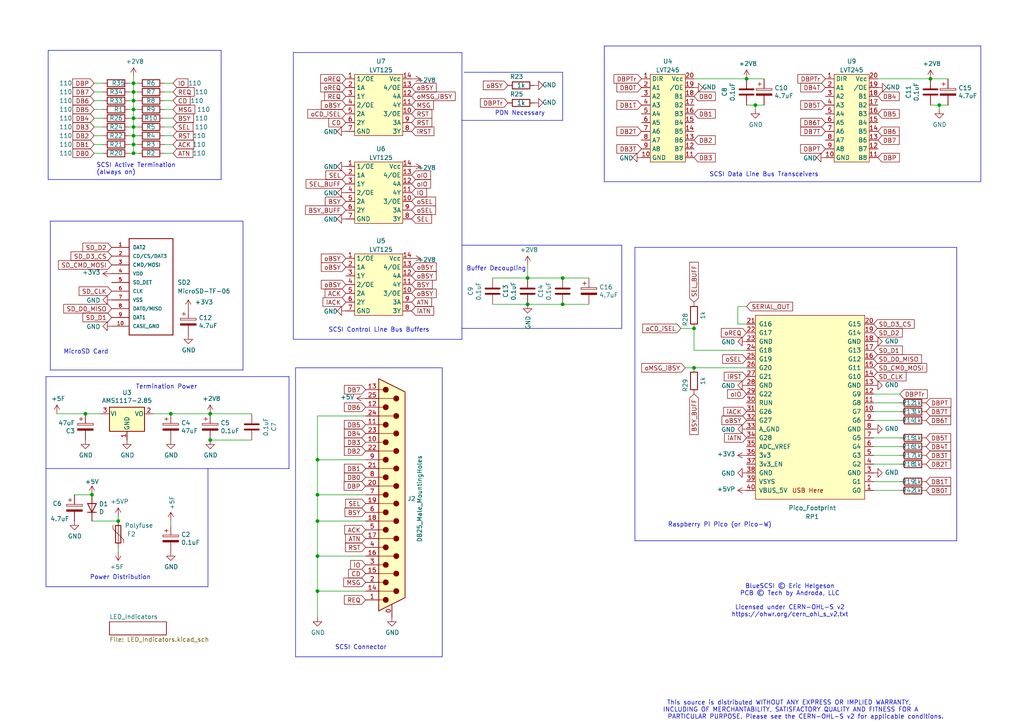
<source format=kicad_sch>
(kicad_sch (version 20231120) (generator "eeschema") (generator_version "8.0")
  (paper "A4")
  (title_block (title "BlueSCSI V2, DB25 External 2024.01a") (date "January 2024") (rev "1") (company "Tech by Androda, LLC"))
  (junction (at 26.67 143.51))
  (junction (at 38.735 41.91))
  (junction (at 38.735 26.67))
  (junction (at 38.735 39.37))
  (junction (at 219.075 30.48))
  (junction (at 153.035 88.265))
  (junction (at 38.735 34.29))
  (junction (at 60.96 127.635))
  (junction (at 34.29 151.13))
  (junction (at 24.765 120.015))
  (junction (at 38.735 44.45))
  (junction (at 92.075 161.29))
  (junction (at 153.035 80.645))
  (junction (at 92.075 171.45))
  (junction (at 201.295 95.25))
  (junction (at 38.735 24.13))
  (junction (at 92.075 133.35))
  (junction (at 216.535 22.86))
  (junction (at 60.96 120.015))
  (junction (at 269.875 22.86))
  (junction (at 49.53 120.015))
  (junction (at 163.195 80.645))
  (junction (at 201.295 106.68))
  (junction (at 38.735 36.83))
  (junction (at 272.415 30.48))
  (junction (at 38.735 31.75))
  (junction (at 92.075 151.13))
  (junction (at 38.735 29.21))
  (junction (at 163.195 88.265))
  (junction (at 92.075 143.51))
  (polyline (pts (xy 70.485 107.315) (xy 70.485 64.135)))
  (wire (pts (xy 198.755 106.68) (xy 201.295 106.68)))
  (wire (pts (xy 216.535 22.86) (xy 201.295 22.86)))
  (wire (pts (xy 106.045 171.45) (xy 92.075 171.45)))
  (wire (pts (xy 38.735 29.21) (xy 38.735 31.75)))
  (wire (pts (xy 163.195 80.645) (xy 170.815 80.645)))
  (wire (pts (xy 92.075 133.35) (xy 92.075 143.51)))
  (wire (pts (xy 272.415 30.48) (xy 272.415 31.75)))
  (wire (pts (xy 37.465 41.91) (xy 38.735 41.91)))
  (wire (pts (xy 38.735 34.29) (xy 40.005 34.29)))
  (wire (pts (xy 38.735 44.45) (xy 40.005 44.45)))
  (wire (pts (xy 92.075 151.13) (xy 92.075 161.29)))
  (wire (pts (xy 47.625 36.83) (xy 50.165 36.83)))
  (wire (pts (xy 269.875 30.48) (xy 272.415 30.48)))
  (wire (pts (xy 216.535 30.48) (xy 219.075 30.48)))
  (polyline (pts (xy 184.15 71.755) (xy 277.495 71.755)))
  (wire (pts (xy 153.035 88.265) (xy 163.195 88.265)))
  (wire (pts (xy 142.875 80.645) (xy 153.035 80.645)))
  (wire (pts (xy 37.465 44.45) (xy 38.735 44.45)))
  (wire (pts (xy 92.075 143.51) (xy 92.075 151.13)))
  (wire (pts (xy 47.625 29.21) (xy 50.165 29.21)))
  (wire (pts (xy 38.735 29.21) (xy 40.005 29.21)))
  (wire (pts (xy 253.365 129.54) (xy 260.985 129.54)))
  (wire (pts (xy 253.365 139.7) (xy 260.985 139.7)))
  (wire (pts (xy 38.735 22.225) (xy 38.735 24.13)))
  (wire (pts (xy 253.365 121.92) (xy 260.985 121.92)))
  (polyline (pts (xy 175.26 13.335) (xy 175.26 52.705)))
  (wire (pts (xy 38.735 31.75) (xy 37.465 31.75)))
  (wire (pts (xy 37.465 39.37) (xy 38.735 39.37)))
  (polyline (pts (xy 128.27 190.5) (xy 85.725 190.5)))
  (wire (pts (xy 37.465 26.67) (xy 38.735 26.67)))
  (wire (pts (xy 38.735 31.75) (xy 38.735 34.29)))
  (wire (pts (xy 92.075 171.45) (xy 92.075 179.07)))
  (wire (pts (xy 38.735 31.75) (xy 40.005 31.75)))
  (polyline (pts (xy 13.335 109.22) (xy 83.82 109.22)))
  (polyline (pts (xy 64.135 52.07) (xy 64.135 14.605)))
  (wire (pts (xy 29.845 41.91) (xy 27.305 41.91)))
  (wire (pts (xy 27.305 34.29) (xy 29.845 34.29)))
  (wire (pts (xy 253.365 132.08) (xy 260.985 132.08)))
  (polyline (pts (xy 133.985 98.425) (xy 85.09 98.425)))
  (polyline (pts (xy 13.335 135.89) (xy 13.335 170.18)))
  (wire (pts (xy 38.735 24.13) (xy 40.005 24.13)))
  (polyline (pts (xy 175.26 13.335) (xy 284.48 13.335)))
  (wire (pts (xy 216.535 101.6) (xy 201.295 101.6)))
  (wire (pts (xy 60.96 127.635) (xy 73.025 127.635)))
  (wire (pts (xy 216.535 22.86) (xy 221.615 22.86)))
  (wire (pts (xy 38.735 39.37) (xy 38.735 41.91)))
  (wire (pts (xy 197.485 95.25) (xy 201.295 95.25)))
  (wire (pts (xy 29.845 26.67) (xy 27.305 26.67)))
  (wire (pts (xy 106.045 161.29) (xy 92.075 161.29)))
  (wire (pts (xy 37.465 36.83) (xy 38.735 36.83)))
  (polyline (pts (xy 184.15 156.845) (xy 277.495 156.845)))
  (wire (pts (xy 60.96 120.015) (xy 73.025 120.015)))
  (wire (pts (xy 219.075 30.48) (xy 219.075 31.75)))
  (wire (pts (xy 216.535 88.9) (xy 213.995 88.9)))
  (wire (pts (xy 201.295 101.6) (xy 201.295 95.25)))
  (wire (pts (xy 49.53 151.13) (xy 49.53 152.4)))
  (wire (pts (xy 50.165 24.13) (xy 47.625 24.13)))
  (wire (pts (xy 47.625 39.37) (xy 50.165 39.37)))
  (wire (pts (xy 34.29 158.75) (xy 34.29 160.02)))
  (polyline (pts (xy 83.82 135.89) (xy 83.82 109.22)))
  (wire (pts (xy 27.305 44.45) (xy 29.845 44.45)))
  (wire (pts (xy 201.295 106.68) (xy 216.535 106.68)))
  (wire (pts (xy 38.735 24.13) (xy 38.735 26.67)))
  (wire (pts (xy 38.735 26.67) (xy 38.735 29.21)))
  (polyline (pts (xy 85.09 15.24) (xy 85.09 98.425)))
  (polyline (pts (xy 133.985 15.24) (xy 133.985 98.425)))
  (wire (pts (xy 106.045 120.65) (xy 92.075 120.65)))
  (polyline (pts (xy 134.62 20.955) (xy 163.195 20.955)))
  (wire (pts (xy 38.735 26.67) (xy 40.005 26.67)))
  (polyline (pts (xy 13.97 52.07) (xy 64.135 52.07)))
  (polyline (pts (xy 85.725 106.68) (xy 128.27 106.68)))
  (polyline (pts (xy 163.195 34.925) (xy 163.195 20.955)))
  (wire (pts (xy 106.045 151.13) (xy 92.075 151.13)))
  (wire (pts (xy 213.995 88.9) (xy 213.995 93.98)))
  (polyline (pts (xy 133.985 34.925) (xy 163.195 34.925)))
  (wire (pts (xy 37.465 24.13) (xy 38.735 24.13)))
  (polyline (pts (xy 85.725 106.68) (xy 85.725 190.5)))
  (wire (pts (xy 106.045 143.51) (xy 92.075 143.51)))
  (wire (pts (xy 49.53 120.015) (xy 60.96 120.015)))
  (polyline (pts (xy 277.495 156.845) (xy 277.495 71.755)))
  (wire (pts (xy 50.165 31.75) (xy 47.625 31.75)))
  (wire (pts (xy 27.305 36.83) (xy 29.845 36.83)))
  (wire (pts (xy 153.035 80.645) (xy 163.195 80.645)))
  (wire (pts (xy 34.29 149.86) (xy 34.29 151.13)))
  (wire (pts (xy 106.045 133.35) (xy 92.075 133.35)))
  (wire (pts (xy 253.365 127) (xy 260.985 127)))
  (wire (pts (xy 37.465 29.21) (xy 38.735 29.21)))
  (wire (pts (xy 26.67 151.13) (xy 34.29 151.13)))
  (polyline (pts (xy 284.48 52.705) (xy 284.48 13.335)))
  (wire (pts (xy 219.075 30.48) (xy 221.615 30.48)))
  (polyline (pts (xy 184.15 71.755) (xy 184.15 156.845)))
  (polyline (pts (xy 13.97 14.605) (xy 13.97 52.07)))
  (polyline (pts (xy 175.26 52.705) (xy 284.48 52.705)))
  (wire (pts (xy 38.735 39.37) (xy 40.005 39.37)))
  (wire (pts (xy 44.45 120.015) (xy 49.53 120.015)))
  (wire (pts (xy 153.035 76.835) (xy 153.035 80.645)))
  (wire (pts (xy 38.735 41.91) (xy 40.005 41.91)))
  (polyline (pts (xy 13.335 109.22) (xy 13.335 135.89)))
  (polyline (pts (xy 13.335 170.18) (xy 60.325 170.18)))
  (wire (pts (xy 253.365 134.62) (xy 260.985 134.62)))
  (polyline (pts (xy 13.97 14.605) (xy 64.135 14.605)))
  (polyline (pts (xy 13.335 135.89) (xy 83.82 135.89)))
  (wire (pts (xy 92.075 161.29) (xy 92.075 171.45)))
  (polyline (pts (xy 60.325 135.89) (xy 60.325 170.18)))
  (wire (pts (xy 92.075 120.65) (xy 92.075 133.35)))
  (wire (pts (xy 29.845 31.75) (xy 27.305 31.75)))
  (wire (pts (xy 50.165 34.29) (xy 47.625 34.29)))
  (wire (pts (xy 24.765 120.015) (xy 29.21 120.015)))
  (wire (pts (xy 47.625 26.67) (xy 50.165 26.67)))
  (wire (pts (xy 253.365 114.3) (xy 260.985 114.3)))
  (wire (pts (xy 29.845 39.37) (xy 27.305 39.37)))
  (wire (pts (xy 38.735 36.83) (xy 38.735 39.37)))
  (wire (pts (xy 253.365 119.38) (xy 260.985 119.38)))
  (wire (pts (xy 253.365 142.24) (xy 260.985 142.24)))
  (wire (pts (xy 29.845 24.13) (xy 27.305 24.13)))
  (wire (pts (xy 163.195 88.265) (xy 170.815 88.265)))
  (wire (pts (xy 38.735 36.83) (xy 40.005 36.83)))
  (wire (pts (xy 38.735 41.91) (xy 38.735 44.45)))
  (wire (pts (xy 47.625 44.45) (xy 50.165 44.45)))
  (wire (pts (xy 50.165 41.91) (xy 47.625 41.91)))
  (wire (pts (xy 213.995 93.98) (xy 216.535 93.98)))
  (wire (pts (xy 253.365 116.84) (xy 260.985 116.84)))
  (polyline (pts (xy 85.09 15.24) (xy 133.985 15.24)))
  (wire (pts (xy 272.415 30.48) (xy 274.955 30.48)))
  (polyline (pts (xy 14.605 64.135) (xy 70.485 64.135)))
  (wire (pts (xy 269.875 22.86) (xy 274.955 22.86)))
  (wire (pts (xy 37.465 34.29) (xy 38.735 34.29)))
  (wire (pts (xy 16.51 120.015) (xy 24.765 120.015)))
  (polyline (pts (xy 128.27 106.68) (xy 128.27 190.5)))
  (polyline (pts (xy 133.985 95.25) (xy 180.34 95.25)))
  (wire (pts (xy 142.875 88.265) (xy 153.035 88.265)))
  (polyline (pts (xy 133.985 71.12) (xy 180.34 71.12)))
  (wire (pts (xy 27.305 29.21) (xy 29.845 29.21)))
  (polyline (pts (xy 14.605 107.315) (xy 70.485 107.315)))
  (wire (pts (xy 38.735 34.29) (xy 38.735 36.83)))
  (wire (pts (xy 21.59 143.51) (xy 26.67 143.51)))
  (polyline (pts (xy 180.34 95.25) (xy 180.34 71.12)))
  (polyline (pts (xy 14.605 64.135) (xy 14.605 107.315)))
  (wire (pts (xy 269.875 22.86) (xy 254.635 22.86)))
  (text "Termination Power" (at 39.37 113.03 0) (effects (font (size 1.27 1.27)) (justify left bottom)))
  (text "Raspberry Pi Pico (or Pico-W)" (at 193.675 153.035 0) (effects (font (size 1.27 1.27)) (justify left bottom)))
  (text "MicroSD Card" (at 18.415 102.87 0) (effects (font (size 1.27 1.27)) (justify left bottom)))
  (text "BlueSCSI © Eric Helgeson\nPCB © Tech by Androda, LLC\n\nLicensed under CERN-OHL-S v2\nhttps://ohwr.org/cern_ohl_s_v2.txt" (at 229.108 174.244 0) (effects (font (size 1.27 1.27))))
  (text "Power Distribution" (at 26.035 168.275 0) (effects (font (size 1.27 1.27)) (justify left bottom)))
  (text "SCSI Connector" (at 97.155 188.595 0) (effects (font (size 1.27 1.27)) (justify left bottom)))
  (text "SCSI Data Line Bus Transceivers" (at 205.74 51.435 0) (effects (font (size 1.27 1.27)) (justify left bottom)))
  (text "SCSI Control Line Bus Buffers" (at 95.25 96.52 0) (effects (font (size 1.27 1.27)) (justify left bottom)))
  (text "PDN Necessary" (at 143.51 33.655 0) (effects (font (size 1.27 1.27)) (justify left bottom)))
  (text "This source is distributed WITHOUT ANY EXPRESS OR IMPLIED WARRANTY,          \nINCLUDING OF MERCHANTABILITY, SATISFACTORY QUALITY AND FITNESS FOR A         \nPARTICULAR PURPOSE. Please see the CERN-OHL-S v2 for applicable conditions.\n\nAs per CERN-OHL-S v2 section 4, should You produce hardware based on this    \nsource, You must where practicable maintain the Source Location visible      \non the external case of the Device or other products you make using this source.  \n" (at 233.68 210.058 0) (effects (font (size 1.27 1.27))))
  (text "SCSI Active Termination\n(always on)" (at 27.94 50.8 0) (effects (font (size 1.27 1.27)) (justify left bottom)))
  (text "Buffer Decoupling" (at 135.255 78.74 0) (effects (font (size 1.27 1.27)) (justify left bottom)))
  (global_label "RST" (shape input) (at 50.165 39.37 0) (property "Intersheetrefs" "${INTERSHEET_REFS}" (effects (hide yes))))
  (global_label "MSG" (shape input) (at 119.38 30.48 0) (property "Intersheetrefs" "${INTERSHEET_REFS}" (effects (hide yes))))
  (global_label "DB2" (shape input) (at 106.045 130.81 180) (property "Intersheetrefs" "${INTERSHEET_REFS}" (effects (hide yes))))
  (global_label "SEL" (shape input) (at 50.165 36.83 0) (property "Intersheetrefs" "${INTERSHEET_REFS}" (effects (hide yes))))
  (global_label "SD_D1" (shape input) (at 32.385 92.075 180) (property "Intersheetrefs" "${INTERSHEET_REFS}" (effects (hide yes))))
  (global_label "oBSY" (shape input) (at 119.38 25.4 0) (property "Intersheetrefs" "${INTERSHEET_REFS}" (effects (hide yes))))
  (global_label "DB1" (shape input) (at 27.305 41.91 180) (property "Intersheetrefs" "${INTERSHEET_REFS}" (effects (hide yes))))
  (global_label "SD_CLK" (shape input) (at 32.385 84.455 180) (property "Intersheetrefs" "${INTERSHEET_REFS}" (effects (hide yes))))
  (global_label "ATN" (shape input) (at 106.045 156.21 180) (property "Intersheetrefs" "${INTERSHEET_REFS}" (effects (hide yes))))
  (global_label "DB1" (shape input) (at 106.045 135.89 180) (property "Intersheetrefs" "${INTERSHEET_REFS}" (effects (hide yes))))
  (global_label "oIO" (shape input) (at 119.38 50.8 0) (property "Intersheetrefs" "${INTERSHEET_REFS}" (effects (hide yes))))
  (global_label "DB1" (shape input) (at 201.295 33.02 0) (property "Intersheetrefs" "${INTERSHEET_REFS}" (effects (hide yes))))
  (global_label "DB1T" (shape input) (at 268.605 139.7 0) (property "Intersheetrefs" "${INTERSHEET_REFS}" (effects (hide yes))))
  (global_label "DB2T" (shape input) (at 186.055 38.1 180) (property "Intersheetrefs" "${INTERSHEET_REFS}" (effects (hide yes))))
  (global_label "oIO" (shape input) (at 119.38 53.34 0) (property "Intersheetrefs" "${INTERSHEET_REFS}" (effects (hide yes))))
  (global_label "DBP" (shape input) (at 106.045 140.97 180) (property "Intersheetrefs" "${INTERSHEET_REFS}" (effects (hide yes))))
  (global_label "REQ" (shape input) (at 100.33 27.94 180) (property "Intersheetrefs" "${INTERSHEET_REFS}" (effects (hide yes))))
  (global_label "oIO" (shape input) (at 216.535 114.3 180) (property "Intersheetrefs" "${INTERSHEET_REFS}" (effects (hide yes))))
  (global_label "RST" (shape input) (at 106.045 158.75 180) (property "Intersheetrefs" "${INTERSHEET_REFS}" (effects (hide yes))))
  (global_label "DB7T" (shape input) (at 239.395 38.1 180) (property "Intersheetrefs" "${INTERSHEET_REFS}" (effects (hide yes))))
  (global_label "oBSY" (shape input) (at 119.38 80.01 0) (property "Intersheetrefs" "${INTERSHEET_REFS}" (effects (hide yes))))
  (global_label "DBPTr" (shape input) (at 147.32 29.845 180) (property "Intersheetrefs" "${INTERSHEET_REFS}" (effects (hide yes))))
  (global_label "DB0" (shape input) (at 106.045 138.43 180) (property "Intersheetrefs" "${INTERSHEET_REFS}" (effects (hide yes))))
  (global_label "SEL_BUFF" (shape input) (at 201.295 87.63 90) (property "Intersheetrefs" "${INTERSHEET_REFS}" (effects (hide yes))))
  (global_label "oMSG_iBSY" (shape input) (at 119.38 27.94 0) (property "Intersheetrefs" "${INTERSHEET_REFS}" (effects (hide yes))))
  (global_label "BSY" (shape input) (at 119.38 82.55 0) (property "Intersheetrefs" "${INTERSHEET_REFS}" (effects (hide yes))))
  (global_label "SEL" (shape input) (at 106.045 146.05 180) (property "Intersheetrefs" "${INTERSHEET_REFS}" (effects (hide yes))))
  (global_label "oCD_iSEL" (shape input) (at 100.33 33.02 180) (property "Intersheetrefs" "${INTERSHEET_REFS}" (effects (hide yes))))
  (global_label "ACK" (shape input) (at 100.33 85.09 180) (property "Intersheetrefs" "${INTERSHEET_REFS}" (effects (hide yes))))
  (global_label "DB0" (shape input) (at 27.305 44.45 180) (property "Intersheetrefs" "${INTERSHEET_REFS}" (effects (hide yes))))
  (global_label "oREQ" (shape input) (at 100.33 22.86 180) (property "Intersheetrefs" "${INTERSHEET_REFS}" (effects (hide yes))))
  (global_label "DB6" (shape input) (at 106.045 118.11 180) (property "Intersheetrefs" "${INTERSHEET_REFS}" (effects (hide yes))))
  (global_label "iRST" (shape input) (at 119.38 38.1 0) (property "Intersheetrefs" "${INTERSHEET_REFS}" (effects (hide yes))))
  (global_label "DB3" (shape input) (at 27.305 36.83 180) (property "Intersheetrefs" "${INTERSHEET_REFS}" (effects (hide yes))))
  (global_label "REQ" (shape input) (at 106.045 173.99 180) (property "Intersheetrefs" "${INTERSHEET_REFS}" (effects (hide yes))))
  (global_label "SEL" (shape input) (at 119.38 63.5 0) (property "Intersheetrefs" "${INTERSHEET_REFS}" (effects (hide yes))))
  (global_label "DB4" (shape input) (at 254.635 27.94 0) (property "Intersheetrefs" "${INTERSHEET_REFS}" (effects (hide yes))))
  (global_label "DBP" (shape input) (at 27.305 24.13 180) (property "Intersheetrefs" "${INTERSHEET_REFS}" (effects (hide yes))))
  (global_label "RST" (shape input) (at 119.38 35.56 0) (property "Intersheetrefs" "${INTERSHEET_REFS}" (effects (hide yes))))
  (global_label "oBSY" (shape input) (at 100.33 82.55 180) (property "Intersheetrefs" "${INTERSHEET_REFS}" (effects (hide yes))))
  (global_label "oBSY" (shape input) (at 100.33 74.93 180) (property "Intersheetrefs" "${INTERSHEET_REFS}" (effects (hide yes))))
  (global_label "DBPTr" (shape input) (at 186.055 22.86 180) (property "Intersheetrefs" "${INTERSHEET_REFS}" (effects (hide yes))))
  (global_label "oBSY" (shape input) (at 119.38 77.47 0) (property "Intersheetrefs" "${INTERSHEET_REFS}" (effects (hide yes))))
  (global_label "oBSY" (shape input) (at 100.33 77.47 180) (property "Intersheetrefs" "${INTERSHEET_REFS}" (effects (hide yes))))
  (global_label "IO" (shape input) (at 50.165 24.13 0) (property "Intersheetrefs" "${INTERSHEET_REFS}" (effects (hide yes))))
  (global_label "DB7T" (shape input) (at 268.605 119.38 0) (property "Intersheetrefs" "${INTERSHEET_REFS}" (effects (hide yes))))
  (global_label "SERIAL_OUT" (shape input) (at 216.535 88.9 0) (property "Intersheetrefs" "${INTERSHEET_REFS}" (effects (hide yes))))
  (global_label "RST" (shape input) (at 119.38 33.02 0) (property "Intersheetrefs" "${INTERSHEET_REFS}" (effects (hide yes))))
  (global_label "MSG" (shape input) (at 50.165 31.75 0) (property "Intersheetrefs" "${INTERSHEET_REFS}" (effects (hide yes))))
  (global_label "DB7" (shape input) (at 27.305 26.67 180) (property "Intersheetrefs" "${INTERSHEET_REFS}" (effects (hide yes))))
  (global_label "SD_D0_MISO" (shape input) (at 253.365 104.14 0) (property "Intersheetrefs" "${INTERSHEET_REFS}" (effects (hide yes))))
  (global_label "DB5T" (shape input) (at 239.395 30.48 180) (property "Intersheetrefs" "${INTERSHEET_REFS}" (effects (hide yes))))
  (global_label "DB5" (shape input) (at 254.635 33.02 0) (property "Intersheetrefs" "${INTERSHEET_REFS}" (effects (hide yes))))
  (global_label "oREQ" (shape input) (at 100.33 25.4 180) (property "Intersheetrefs" "${INTERSHEET_REFS}" (effects (hide yes))))
  (global_label "DB2" (shape input) (at 201.295 40.64 0) (property "Intersheetrefs" "${INTERSHEET_REFS}" (effects (hide yes))))
  (global_label "DB5" (shape input) (at 27.305 31.75 180) (property "Intersheetrefs" "${INTERSHEET_REFS}" (effects (hide yes))))
  (global_label "SD_D3_CS" (shape input) (at 253.365 93.98 0) (property "Intersheetrefs" "${INTERSHEET_REFS}" (effects (hide yes))))
  (global_label "oMSG_iBSY" (shape input) (at 198.755 106.68 180) (property "Intersheetrefs" "${INTERSHEET_REFS}" (effects (hide yes))))
  (global_label "BSY" (shape input) (at 100.33 58.42 180) (property "Intersheetrefs" "${INTERSHEET_REFS}" (effects (hide yes))))
  (global_label "SD_CMD_MOSI" (shape input) (at 32.385 76.835 180) (property "Intersheetrefs" "${INTERSHEET_REFS}" (effects (hide yes))))
  (global_label "DB3" (shape input) (at 201.295 45.72 0) (property "Intersheetrefs" "${INTERSHEET_REFS}" (effects (hide yes))))
  (global_label "DB0T" (shape input) (at 186.055 25.4 180) (property "Intersheetrefs" "${INTERSHEET_REFS}" (effects (hide yes))))
  (global_label "DBPTr" (shape input) (at 260.985 114.3 0) (property "Intersheetrefs" "${INTERSHEET_REFS}" (effects (hide yes))))
  (global_label "BSY" (shape input) (at 50.165 34.29 0) (property "Intersheetrefs" "${INTERSHEET_REFS}" (effects (hide yes))))
  (global_label "SD_CMD_MOSI" (shape input) (at 253.365 106.68 0) (property "Intersheetrefs" "${INTERSHEET_REFS}" (effects (hide yes))))
  (global_label "iRST" (shape input) (at 216.535 109.22 180) (property "Intersheetrefs" "${INTERSHEET_REFS}" (effects (hide yes))))
  (global_label "SEL_BUFF" (shape input) (at 100.33 53.34 180) (property "Intersheetrefs" "${INTERSHEET_REFS}" (effects (hide yes))))
  (global_label "oSEL" (shape input) (at 119.38 60.96 0) (property "Intersheetrefs" "${INTERSHEET_REFS}" (effects (hide yes))))
  (global_label "DB6T" (shape input) (at 268.605 121.92 0) (property "Intersheetrefs" "${INTERSHEET_REFS}" (effects (hide yes))))
  (global_label "DB6T" (shape input) (at 239.395 35.56 180) (property "Intersheetrefs" "${INTERSHEET_REFS}" (effects (hide yes))))
  (global_label "iACK" (shape input) (at 100.33 87.63 180) (property "Intersheetrefs" "${INTERSHEET_REFS}" (effects (hide yes))))
  (global_label "iATN" (shape input) (at 216.535 127 180) (property "Intersheetrefs" "${INTERSHEET_REFS}" (effects (hide yes))))
  (global_label "CD" (shape input) (at 100.33 35.56 180) (property "Intersheetrefs" "${INTERSHEET_REFS}" (effects (hide yes))))
  (global_label "SD_D1" (shape input) (at 253.365 101.6 0) (property "Intersheetrefs" "${INTERSHEET_REFS}" (effects (hide yes))))
  (global_label "oSEL" (shape input) (at 216.535 104.14 180) (property "Intersheetrefs" "${INTERSHEET_REFS}" (effects (hide yes))))
  (global_label "CD" (shape input) (at 50.165 29.21 0) (property "Intersheetrefs" "${INTERSHEET_REFS}" (effects (hide yes))))
  (global_label "ACK" (shape input) (at 50.165 41.91 0) (property "Intersheetrefs" "${INTERSHEET_REFS}" (effects (hide yes))))
  (global_label "DB4" (shape input) (at 27.305 34.29 180) (property "Intersheetrefs" "${INTERSHEET_REFS}" (effects (hide yes))))
  (global_label "DB5T" (shape input) (at 268.605 127 0) (property "Intersheetrefs" "${INTERSHEET_REFS}" (effects (hide yes))))
  (global_label "SD_D0_MISO" (shape input) (at 32.385 89.535 180) (property "Intersheetrefs" "${INTERSHEET_REFS}" (effects (hide yes))))
  (global_label "DBPT" (shape input) (at 239.395 43.18 180) (property "Intersheetrefs" "${INTERSHEET_REFS}" (effects (hide yes))))
  (global_label "SD_D2" (shape input) (at 253.365 96.52 0) (property "Intersheetrefs" "${INTERSHEET_REFS}" (effects (hide yes))))
  (global_label "SD_CLK" (shape input) (at 253.365 109.22 0) (property "Intersheetrefs" "${INTERSHEET_REFS}" (effects (hide yes))))
  (global_label "DB2T" (shape input) (at 268.605 134.62 0) (property "Intersheetrefs" "${INTERSHEET_REFS}" (effects (hide yes))))
  (global_label "oCD_iSEL" (shape input) (at 197.485 95.25 180) (property "Intersheetrefs" "${INTERSHEET_REFS}" (effects (hide yes))))
  (global_label "REQ" (shape input) (at 50.165 26.67 0) (property "Intersheetrefs" "${INTERSHEET_REFS}" (effects (hide yes))))
  (global_label "SD_D3_CS" (shape input) (at 32.385 74.295 180) (property "Intersheetrefs" "${INTERSHEET_REFS}" (effects (hide yes))))
  (global_label "CD" (shape input) (at 106.045 166.37 180) (property "Intersheetrefs" "${INTERSHEET_REFS}" (effects (hide yes))))
  (global_label "DB5" (shape input) (at 106.045 123.19 180) (property "Intersheetrefs" "${INTERSHEET_REFS}" (effects (hide yes))))
  (global_label "DB4" (shape input) (at 106.045 125.73 180) (property "Intersheetrefs" "${INTERSHEET_REFS}" (effects (hide yes))))
  (global_label "oBSY" (shape input) (at 216.535 121.92 180) (property "Intersheetrefs" "${INTERSHEET_REFS}" (effects (hide yes))))
  (global_label "DB0" (shape input) (at 201.295 27.94 0) (property "Intersheetrefs" "${INTERSHEET_REFS}" (effects (hide yes))))
  (global_label "BSY_BUFF" (shape input) (at 100.33 60.96 180) (property "Intersheetrefs" "${INTERSHEET_REFS}" (effects (hide yes))))
  (global_label "oBSY" (shape input) (at 119.38 85.09 0) (property "Intersheetrefs" "${INTERSHEET_REFS}" (effects (hide yes))))
  (global_label "DB3T" (shape input) (at 268.605 132.08 0) (property "Intersheetrefs" "${INTERSHEET_REFS}" (effects (hide yes))))
  (global_label "DB1T" (shape input) (at 186.055 30.48 180) (property "Intersheetrefs" "${INTERSHEET_REFS}" (effects (hide yes))))
  (global_label "oBSY" (shape input) (at 147.32 24.765 180) (property "Intersheetrefs" "${INTERSHEET_REFS}" (effects (hide yes))))
  (global_label "DB6" (shape input) (at 254.635 38.1 0) (property "Intersheetrefs" "${INTERSHEET_REFS}" (effects (hide yes))))
  (global_label "SEL" (shape input) (at 100.33 50.8 180) (property "Intersheetrefs" "${INTERSHEET_REFS}" (effects (hide yes))))
  (global_label "iATN" (shape input) (at 119.38 90.17 0) (property "Intersheetrefs" "${INTERSHEET_REFS}" (effects (hide yes))))
  (global_label "DBPT" (shape input) (at 268.605 116.84 0) (property "Intersheetrefs" "${INTERSHEET_REFS}" (effects (hide yes))))
  (global_label "oREQ" (shape input) (at 216.535 96.52 180) (property "Intersheetrefs" "${INTERSHEET_REFS}" (effects (hide yes))))
  (global_label "DB6" (shape input) (at 27.305 29.21 180) (property "Intersheetrefs" "${INTERSHEET_REFS}" (effects (hide yes))))
  (global_label "DB4T" (shape input) (at 268.605 129.54 0) (property "Intersheetrefs" "${INTERSHEET_REFS}" (effects (hide yes))))
  (global_label "BSY_BUFF" (shape input) (at 201.295 114.3 270) (property "Intersheetrefs" "${INTERSHEET_REFS}" (effects (hide yes))))
  (global_label "DB3" (shape input) (at 106.045 128.27 180) (property "Intersheetrefs" "${INTERSHEET_REFS}" (effects (hide yes))))
  (global_label "DB3T" (shape input) (at 186.055 43.18 180) (property "Intersheetrefs" "${INTERSHEET_REFS}" (effects (hide yes))))
  (global_label "MSG" (shape input) (at 106.045 168.91 180) (property "Intersheetrefs" "${INTERSHEET_REFS}" (effects (hide yes))))
  (global_label "oBSY" (shape input) (at 100.33 30.48 180) (property "Intersheetrefs" "${INTERSHEET_REFS}" (effects (hide yes))))
  (global_label "DB2" (shape input) (at 27.305 39.37 180) (property "Intersheetrefs" "${INTERSHEET_REFS}" (effects (hide yes))))
  (global_label "DB7" (shape input) (at 106.045 113.03 180) (property "Intersheetrefs" "${INTERSHEET_REFS}" (effects (hide yes))))
  (global_label "DB7" (shape input) (at 254.635 40.64 0) (property "Intersheetrefs" "${INTERSHEET_REFS}" (effects (hide yes))))
  (global_label "SD_D2" (shape input) (at 32.385 71.755 180) (property "Intersheetrefs" "${INTERSHEET_REFS}" (effects (hide yes))))
  (global_label "BSY" (shape input) (at 106.045 148.59 180) (property "Intersheetrefs" "${INTERSHEET_REFS}" (effects (hide yes))))
  (global_label "DBPTr" (shape input) (at 239.395 22.86 180) (property "Intersheetrefs" "${INTERSHEET_REFS}" (effects (hide yes))))
  (global_label "DB4T" (shape input) (at 239.395 25.4 180) (property "Intersheetrefs" "${INTERSHEET_REFS}" (effects (hide yes))))
  (global_label "IO" (shape input) (at 106.045 163.83 180) (property "Intersheetrefs" "${INTERSHEET_REFS}" (effects (hide yes))))
  (global_label "ACK" (shape input) (at 106.045 153.67 180) (property "Intersheetrefs" "${INTERSHEET_REFS}" (effects (hide yes))))
  (global_label "iACK" (shape input) (at 216.535 119.38 180) (property "Intersheetrefs" "${INTERSHEET_REFS}" (effects (hide yes))))
  (global_label "oSEL" (shape input) (at 119.38 58.42 0) (property "Intersheetrefs" "${INTERSHEET_REFS}" (effects (hide yes))))
  (global_label "IO" (shape input) (at 119.38 55.88 0) (property "Intersheetrefs" "${INTERSHEET_REFS}" (effects (hide yes))))
  (global_label "DB0T" (shape input) (at 268.605 142.24 0) (property "Intersheetrefs" "${INTERSHEET_REFS}" (effects (hide yes))))
  (global_label "ATN" (shape input) (at 119.38 87.63 0) (property "Intersheetrefs" "${INTERSHEET_REFS}" (effects (hide yes))))
  (global_label "DBP" (shape input) (at 254.635 45.72 0) (property "Intersheetrefs" "${INTERSHEET_REFS}" (effects (hide yes))))
  (global_label "ATN" (shape input) (at 50.165 44.45 0) (property "Intersheetrefs" "${INTERSHEET_REFS}" (effects (hide yes))))
  (symbol (lib_id "Regulator_Linear:AMS1117CD-2.85") (at 36.83 120.015 0) (unit 1)
    (property "Reference" "U3" (at 36.83 113.8682 0))
    (property "Value" "AMS1117-2.85" (at 36.83 116.1796 0))
    (property "Footprint" "Package_TO_SOT_SMD:SOT-223-3_TabPin2" (effects (hide yes)))
    (property "Datasheet" "http://www.advanced-monolithic.com/pdf/ds1117.pdf" (effects (hide yes)))
  )
  (symbol (lib_id "power:GND") (at 36.83 127.635 0) (unit 1)
    (property "Reference" "#PWR012" (effects (hide yes)))
    (property "Value" "GND" (at 36.957 132.0292 0))
  )
  (symbol (lib_id "power:+2V8") (at 60.96 120.015 0) (unit 1)
    (property "Reference" "#PWR015" (effects (hide yes)))
    (property "Value" "+2V8" (at 61.341 115.6208 0))
  )
  (symbol (lib_id "Device:CP") (at 49.53 123.825 0) (unit 1)
    (property "Reference" "C4" (at 52.5272 122.6566 0) (effects (justify left)))
    (property "Value" "47uF" (at 52.5272 124.968 0) (effects (justify left)))
    (property "Footprint" "Capacitor_SMD:C_1206_3216Metric_Pad1.42x1.75mm_HandSolder" (effects (hide yes)))
  )
  (symbol (lib_id "Device:CP") (at 24.765 123.825 0) (unit 1)
    (property "Reference" "C3" (at 21.7678 124.9934 0) (effects (justify right)))
    (property "Value" "47uF" (at 21.7678 122.682 0) (effects (justify right)))
    (property "Footprint" "Capacitor_SMD:C_1206_3216Metric_Pad1.42x1.75mm_HandSolder" (effects (hide yes)))
  )
  (symbol (lib_id "power:GND") (at 24.765 127.635 0) (unit 1)
    (property "Reference" "#PWR07" (effects (hide yes)))
    (property "Value" "GND" (at 24.892 132.0292 0))
  )
  (symbol (lib_id "power:GND") (at 49.53 127.635 0) (unit 1)
    (property "Reference" "#PWR013" (effects (hide yes)))
    (property "Value" "GND" (at 49.657 132.0292 0))
  )
  (symbol (lib_id "custom_symbols:+5V_TPWR") (at 26.67 143.51 0) (unit 1)
    (property "Reference" "#PWR019" (effects (hide yes)))
    (property "Value" "+5V" (at 26.67 139.7 0))
  )
  (symbol (lib_id "power:+3V3") (at 216.535 132.08 90) (unit 1)
    (property "Reference" "#PWR047" (effects (hide yes)))
    (property "Value" "+3V3" (at 213.2838 131.699 90) (effects (justify left)))
  )
  (symbol (lib_id "power:+5VP") (at 216.535 142.24 90) (unit 1)
    (property "Reference" "#PWR036" (effects (hide yes)))
    (property "Value" "+5VP" (at 213.2838 141.859 90) (effects (justify left)))
  )
  (symbol (lib_id "power:+5F") (at 16.51 120.015 0) (unit 1)
    (property "Reference" "#PWR06" (effects (hide yes)))
    (property "Value" "+5F" (at 16.891 115.6208 0))
  )
  (symbol (lib_id "power:+5F") (at 34.29 160.02 180) (unit 1)
    (property "Reference" "#PWR027" (effects (hide yes)))
    (property "Value" "+5F" (at 33.909 164.4142 0))
  )
  (symbol (lib_id "power:+5VP") (at 34.29 149.86 0) (unit 1)
    (property "Reference" "#PWR025" (effects (hide yes)))
    (property "Value" "+5VP" (at 34.671 145.4658 0))
  )
  (symbol (lib_id "custom_symbols:BlackSCSI") (at 235.585 146.05 180) (unit 1)
    (property "Reference" "RP1" (at 235.585 149.86 0))
    (property "Value" "Pico_Footprint" (at 235.585 147.32 0))
    (property "Footprint" "CustomFootprints:BluePillModule" (effects (hide yes)))
  )
  (symbol (lib_id "power:GND") (at 216.535 124.46 270) (unit 1)
    (property "Reference" "#PWR037" (effects (hide yes)))
    (property "Value" "GND" (at 213.2838 124.587 90) (effects (justify right)))
  )
  (symbol (lib_id "power:GND") (at 60.96 127.635 0) (unit 1)
    (property "Reference" "#PWR016" (effects (hide yes)))
    (property "Value" "GND" (at 61.087 132.0292 0))
  )
  (symbol (lib_id "Device:CP") (at 60.96 123.825 0) (unit 1)
    (property "Reference" "C5" (at 63.9572 122.6566 0) (effects (justify left)))
    (property "Value" "0.1uF" (at 63.9572 124.968 0) (effects (justify left)))
    (property "Footprint" "Capacitor_SMD:C_0805_2012Metric_Pad1.15x1.40mm_HandSolder" (effects (hide yes)))
  )
  (symbol (lib_id "power:GND") (at 49.53 160.02 0) (unit 1)
    (property "Reference" "#PWR05" (effects (hide yes)))
    (property "Value" "GND" (at 49.657 164.4142 0))
  )
  (symbol (lib_id "Device:CP") (at 49.53 156.21 0) (unit 1)
    (property "Reference" "C2" (at 52.5272 155.0416 0) (effects (justify left)))
    (property "Value" "0.1uF" (at 52.5272 157.353 0) (effects (justify left)))
    (property "Footprint" "Capacitor_SMD:C_0805_2012Metric_Pad1.15x1.40mm_HandSolder" (effects (hide yes)))
  )
  (symbol (lib_id "Device:D") (at 26.67 147.32 90) (unit 1)
    (property "Reference" "D1" (at 28.702 146.1516 90) (effects (justify right)))
    (property "Value" "D" (at 28.702 148.463 90) (effects (justify right)))
    (property "Footprint" "Diode_SMD:D_SMA" (effects (hide yes)))
  )
  (symbol (lib_id "power:GND") (at 21.59 151.13 0) (unit 1)
    (property "Reference" "#PWR018" (effects (hide yes)))
    (property "Value" "GND" (at 21.717 155.5242 0))
  )
  (symbol (lib_id "Device:CP") (at 21.59 147.32 0) (unit 1)
    (property "Reference" "C6" (at 15.24 146.05 0) (effects (justify left)))
    (property "Value" "4.7uF" (at 14.605 150.495 0) (effects (justify left)))
    (property "Footprint" "Capacitor_SMD:C_0805_2012Metric_Pad1.15x1.40mm_HandSolder" (effects (hide yes)))
  )
  (symbol (lib_id "power:+3V3") (at 54.61 89.535 0) (unit 1)
    (property "Reference" "#PWR048" (effects (hide yes)))
    (property "Value" "+3V3" (at 56.515 87.63 0) (effects (justify left)))
  )
  (symbol (lib_id "power:GND") (at 54.61 97.155 0) (unit 1)
    (property "Reference" "#PWR050" (effects (hide yes)))
    (property "Value" "GND" (at 54.737 101.5492 0))
  )
  (symbol (lib_id "Device:CP") (at 54.61 93.345 0) (unit 1)
    (property "Reference" "C12" (at 57.6072 92.1766 0) (effects (justify left)))
    (property "Value" "4.7uF" (at 57.6072 94.488 0) (effects (justify left)))
    (property "Footprint" "Capacitor_SMD:C_0805_2012Metric_Pad1.15x1.40mm_HandSolder" (effects (hide yes)))
  )
  (symbol (lib_id "power:GND") (at 92.075 179.07 0) (unit 1)
    (property "Reference" "#PWR014" (effects (hide yes)))
    (property "Value" "GND" (at 92.202 183.4642 0))
  )
  (symbol (lib_id "New_Library:LVT245") (at 247.015 19.05 0) (unit 1)
    (property "Reference" "U9" (at 247.015 17.78 0))
    (property "Value" "LVT245" (at 247.015 20.32 0))
    (property "Footprint" "Package_SO:TSSOP-20_4.4x6.5mm_P0.65mm" (effects (hide yes)))
  )
  (symbol (lib_id "power:GND") (at 272.415 31.75 0) (unit 1)
    (property "Reference" "#PWR022" (effects (hide yes)))
    (property "Value" "GND" (at 272.542 36.1442 0))
  )
  (symbol (lib_id "power:+3V3") (at 32.385 79.375 90) (unit 1)
    (property "Reference" "#PWR0101" (effects (hide yes)))
    (property "Value" "+3V3" (at 29.1338 78.994 90) (effects (justify left)))
  )
  (symbol (lib_id "power:GND") (at 154.94 24.765 90) (unit 1)
    (property "Reference" "#PWR0107" (effects (hide yes)))
    (property "Value" "GND" (at 159.3342 24.638 90))
  )
  (symbol (lib_id "power:GND") (at 216.535 99.06 270) (unit 1)
    (property "Reference" "#PWR061" (effects (hide yes)))
    (property "Value" "GND" (at 213.2838 99.187 90) (effects (justify right)))
  )
  (symbol (lib_id "power:GND") (at 32.385 86.995 270) (unit 1)
    (property "Reference" "#PWR0103" (effects (hide yes)))
    (property "Value" "GND" (at 29.1338 87.122 90) (effects (justify right)))
  )
  (symbol (lib_id "power:GND") (at 100.33 63.5 270) (unit 1)
    (property "Reference" "#PWR033" (effects (hide yes)))
    (property "Value" "GND" (at 95.9358 63.627 90))
  )
  (symbol (lib_id "power:GND") (at 113.665 179.07 0) (unit 1)
    (property "Reference" "#PWR035" (effects (hide yes)))
    (property "Value" "GND" (at 113.792 183.4642 0))
  )
  (symbol (lib_id "Device:R") (at 33.655 41.91 270) (unit 1)
    (property "Reference" "R21" (at 31.75 41.91 90) (effects (justify left)))
    (property "Value" "110" (at 17.145 41.91 90) (effects (justify left)))
    (property "Footprint" "Resistor_SMD:R_0603_1608Metric_Pad0.98x0.95mm_HandSolder" (effects (hide yes)))
  )
  (symbol (lib_id "power:GND") (at 253.365 99.06 90) (unit 1)
    (property "Reference" "#PWR064" (effects (hide yes)))
    (property "Value" "GND" (at 256.6162 98.933 90) (effects (justify right)))
  )
  (symbol (lib_id "Device:R") (at 33.655 26.67 270) (unit 1)
    (property "Reference" "R34" (at 31.75 26.67 90) (effects (justify left)))
    (property "Value" "110" (at 17.145 26.67 90) (effects (justify left)))
    (property "Footprint" "Resistor_SMD:R_0603_1608Metric_Pad0.98x0.95mm_HandSolder" (effects (hide yes)))
  )
  (symbol (lib_id "Device:R") (at 264.795 121.92 90) (unit 1)
    (property "Reference" "R14" (at 263.525 121.92 90))
    (property "Value" "1k" (at 266.065 121.92 90))
    (property "Footprint" "Resistor_SMD:R_0603_1608Metric_Pad0.98x0.95mm_HandSolder" (effects (hide yes)))
  )
  (symbol (lib_id "Device:R") (at 43.815 26.67 90) (unit 1)
    (property "Reference" "R7" (at 45.085 26.67 90) (effects (justify left)))
    (property "Value" "110" (at 60.325 26.67 90) (effects (justify left)))
    (property "Footprint" "Resistor_SMD:R_0603_1608Metric_Pad0.98x0.95mm_HandSolder" (effects (hide yes)))
  )
  (symbol (lib_id "Device:C") (at 73.025 123.825 0) (unit 1)
    (property "Reference" "C7" (at 79.4258 123.825 90))
    (property "Value" "0.1uF" (at 77.1144 123.825 90))
    (property "Footprint" "Capacitor_SMD:C_0603_1608Metric_Pad1.08x0.95mm_HandSolder" (effects (hide yes)))
  )
  (symbol (lib_id "Device:CP") (at 274.955 26.67 0) (unit 1)
    (property "Reference" "C15" (at 277.9522 25.5016 0) (effects (justify left)))
    (property "Value" "4.7uF" (at 277.9522 27.813 0) (effects (justify left)))
    (property "Footprint" "Capacitor_SMD:C_0805_2012Metric_Pad1.18x1.45mm_HandSolder" (effects (hide yes)))
  )
  (symbol (lib_id "power:GND") (at 254.635 25.4 90) (unit 1)
    (property "Reference" "#PWR020" (effects (hide yes)))
    (property "Value" "GND" (at 259.0292 25.273 90))
  )
  (symbol (lib_id "Device:R") (at 201.295 110.49 180) (unit 1)
    (property "Reference" "R29" (at 198.755 111.76 90))
    (property "Value" "1k" (at 203.835 110.49 90))
    (property "Footprint" "Resistor_SMD:R_0603_1608Metric_Pad0.98x0.95mm_HandSolder" (effects (hide yes)))
  )
  (symbol (lib_id "power:GND") (at 216.535 137.16 270) (unit 1)
    (property "Reference" "#PWR063" (effects (hide yes)))
    (property "Value" "GND" (at 213.2838 137.287 90) (effects (justify right)))
  )
  (symbol (lib_id "power:+2V8") (at 153.035 76.835 0) (unit 1)
    (property "Reference" "#PWR055" (effects (hide yes)))
    (property "Value" "+2V8" (at 153.416 72.4408 0))
  )
  (symbol (lib_id "Device:R") (at 264.795 119.38 90) (unit 1)
    (property "Reference" "R13" (at 263.525 119.38 90))
    (property "Value" "1k" (at 266.065 119.38 90))
    (property "Footprint" "Resistor_SMD:R_0603_1608Metric_Pad0.98x0.95mm_HandSolder" (effects (hide yes)))
  )
  (symbol (lib_id "Device:R") (at 264.795 142.24 90) (unit 1)
    (property "Reference" "R42" (at 263.525 142.24 90))
    (property "Value" "1k" (at 266.065 142.24 90))
    (property "Footprint" "Resistor_SMD:R_0603_1608Metric_Pad0.98x0.95mm_HandSolder" (effects (hide yes)))
  )
  (symbol (lib_id "Device:CP") (at 170.815 84.455 0) (unit 1)
    (property "Reference" "C16" (at 173.8122 83.2866 0) (effects (justify left)))
    (property "Value" "4.7uF" (at 173.8122 85.598 0) (effects (justify left)))
    (property "Footprint" "Capacitor_SMD:C_0805_2012Metric_Pad1.18x1.45mm_HandSolder" (effects (hide yes)))
  )
  (symbol (lib_id "Device:R") (at 43.815 24.13 90) (unit 1)
    (property "Reference" "R6" (at 45.085 24.13 90) (effects (justify left)))
    (property "Value" "110" (at 58.42 24.13 90) (effects (justify left)))
    (property "Footprint" "Resistor_SMD:R_0603_1608Metric_Pad0.98x0.95mm_HandSolder" (effects (hide yes)))
  )
  (symbol (lib_id "power:GND") (at 100.33 48.26 270) (unit 1)
    (property "Reference" "#PWR028" (effects (hide yes)))
    (property "Value" "GND" (at 95.9358 48.387 90))
  )
  (symbol (lib_id "power:GND") (at 219.075 31.75 0) (unit 1)
    (property "Reference" "#PWR010" (effects (hide yes)))
    (property "Value" "GND" (at 219.202 36.1442 0))
  )
  (symbol (lib_id "Device:R") (at 43.815 34.29 90) (unit 1)
    (property "Reference" "R10" (at 45.72 34.29 90) (effects (justify left)))
    (property "Value" "110" (at 60.325 34.29 90) (effects (justify left)))
    (property "Footprint" "Resistor_SMD:R_0603_1608Metric_Pad0.98x0.95mm_HandSolder" (effects (hide yes)))
  )
  (symbol (lib_id "Device:R") (at 151.13 29.845 90) (unit 1)
    (property "Reference" "R25" (at 149.86 27.305 90))
    (property "Value" "1k" (at 151.13 29.845 90))
    (property "Footprint" "Resistor_SMD:R_0603_1608Metric_Pad0.98x0.95mm_HandSolder" (effects (hide yes)))
  )
  (symbol (lib_id "Device:R") (at 43.815 44.45 90) (mirror x) (unit 1)
    (property "Reference" "R2" (at 45.085 44.45 90) (effects (justify left)))
    (property "Value" "110" (at 59.69 44.45 90) (effects (justify left)))
    (property "Footprint" "Resistor_SMD:R_0603_1608Metric_Pad0.98x0.95mm_HandSolder" (effects (hide yes)))
  )
  (symbol (lib_id "Device:R") (at 43.815 41.91 90) (mirror x) (unit 1)
    (property "Reference" "R3" (at 45.085 41.91 90) (effects (justify left)))
    (property "Value" "110" (at 59.69 41.91 90) (effects (justify left)))
    (property "Footprint" "Resistor_SMD:R_0603_1608Metric_Pad0.98x0.95mm_HandSolder" (effects (hide yes)))
  )
  (symbol (lib_id "power:+2V8") (at 119.38 74.93 270) (unit 1)
    (property "Reference" "#PWR053" (effects (hide yes)))
    (property "Value" "+2V8" (at 123.7742 75.311 90))
  )
  (symbol (lib_id "Device:R") (at 264.795 139.7 90) (unit 1)
    (property "Reference" "R19" (at 263.525 139.7 90))
    (property "Value" "1k" (at 266.065 139.7 90))
    (property "Footprint" "Resistor_SMD:R_0603_1608Metric_Pad0.98x0.95mm_HandSolder" (effects (hide yes)))
  )
  (symbol (lib_id "Device:R") (at 33.655 34.29 270) (unit 1)
    (property "Reference" "R26" (at 31.75 34.29 90) (effects (justify left)))
    (property "Value" "110" (at 17.145 34.29 90) (effects (justify left)))
    (property "Footprint" "Resistor_SMD:R_0603_1608Metric_Pad0.98x0.95mm_HandSolder" (effects (hide yes)))
  )
  (symbol (lib_id "power:GND") (at 154.94 29.845 90) (unit 1)
    (property "Reference" "#PWR0106" (effects (hide yes)))
    (property "Value" "GND" (at 159.3342 29.718 90))
  )
  (symbol (lib_id "Device:R") (at 43.815 36.83 90) (mirror x) (unit 1)
    (property "Reference" "R5" (at 45.085 36.83 90) (effects (justify left)))
    (property "Value" "110" (at 60.325 36.83 90) (effects (justify left)))
    (property "Footprint" "Resistor_SMD:R_0603_1608Metric_Pad0.98x0.95mm_HandSolder" (effects (hide yes)))
  )
  (symbol (lib_id "power:GND") (at 253.365 124.46 90) (unit 1)
    (property "Reference" "#PWR066" (effects (hide yes)))
    (property "Value" "GND" (at 256.6162 124.333 90) (effects (justify right)))
  )
  (symbol (lib_id "Device:R") (at 33.655 36.83 270) (unit 1)
    (property "Reference" "R24" (at 31.75 36.83 90) (effects (justify left)))
    (property "Value" "110" (at 17.145 36.83 90) (effects (justify left)))
    (property "Footprint" "Resistor_SMD:R_0603_1608Metric_Pad0.98x0.95mm_HandSolder" (effects (hide yes)))
  )
  (symbol (lib_id "Device:R") (at 43.815 39.37 90) (mirror x) (unit 1)
    (property "Reference" "R4" (at 45.085 39.37 90) (effects (justify left)))
    (property "Value" "110" (at 59.69 39.37 90) (effects (justify left)))
    (property "Footprint" "Resistor_SMD:R_0603_1608Metric_Pad0.98x0.95mm_HandSolder" (effects (hide yes)))
  )
  (symbol (lib_id "Device:R") (at 264.795 129.54 90) (unit 1)
    (property "Reference" "R16" (at 263.525 129.54 90))
    (property "Value" "1k" (at 266.065 129.54 90))
    (property "Footprint" "Resistor_SMD:R_0603_1608Metric_Pad0.98x0.95mm_HandSolder" (effects (hide yes)))
  )
  (symbol (lib_id "power:+5F") (at 49.53 151.13 0) (unit 1)
    (property "Reference" "#PWR0116" (effects (hide yes)))
    (property "Value" "+5F" (at 49.911 147.8788 90) (effects (justify left)))
  )
  (symbol (lib_id "Device:R") (at 264.795 134.62 90) (unit 1)
    (property "Reference" "R18" (at 263.525 134.62 90))
    (property "Value" "1k" (at 266.065 134.62 90))
    (property "Footprint" "Resistor_SMD:R_0603_1608Metric_Pad0.98x0.95mm_HandSolder" (effects (hide yes)))
  )
  (symbol (lib_id "power:GND") (at 100.33 55.88 270) (unit 1)
    (property "Reference" "#PWR031" (effects (hide yes)))
    (property "Value" "GND" (at 95.9358 56.007 90))
  )
  (symbol (lib_id "power:GND") (at 153.035 88.265 0) (unit 1)
    (property "Reference" "#PWR056" (effects (hide yes)))
    (property "Value" "GND" (at 153.162 91.5162 90) (effects (justify right)))
  )
  (symbol (lib_id "New_Library:LVT125") (at 110.49 45.72 0) (unit 1)
    (property "Reference" "U6" (at 110.49 43.18 0))
    (property "Value" "LVT125" (at 110.49 45.72 0))
    (property "Footprint" "Package_SO:TSSOP-14_4.4x5mm_P0.65mm" (effects (hide yes)))
  )
  (symbol (lib_id "Device:R") (at 33.655 44.45 270) (unit 1)
    (property "Reference" "R20" (at 31.75 44.45 90) (effects (justify left)))
    (property "Value" "110" (at 17.145 44.45 90) (effects (justify left)))
    (property "Footprint" "Resistor_SMD:R_0603_1608Metric_Pad0.98x0.95mm_HandSolder" (effects (hide yes)))
  )
  (symbol (lib_id "power:GND") (at 100.33 38.1 270) (unit 1)
    (property "Reference" "#PWR057" (effects (hide yes)))
    (property "Value" "GND" (at 95.9358 38.227 90))
  )
  (symbol (lib_id "Device:C") (at 142.875 84.455 180) (unit 1)
    (property "Reference" "C9" (at 136.4742 84.455 90))
    (property "Value" "0.1uF" (at 138.7856 84.455 90))
    (property "Footprint" "Capacitor_SMD:C_0603_1608Metric_Pad1.08x0.95mm_HandSolder" (effects (hide yes)))
  )
  (symbol (lib_id "Device:R") (at 33.655 39.37 270) (unit 1)
    (property "Reference" "R22" (at 31.75 39.37 90) (effects (justify left)))
    (property "Value" "110" (at 17.145 39.37 90) (effects (justify left)))
    (property "Footprint" "Resistor_SMD:R_0603_1608Metric_Pad0.98x0.95mm_HandSolder" (effects (hide yes)))
  )
  (symbol (lib_id "power:+2V8") (at 269.875 22.86 0) (unit 1)
    (property "Reference" "#PWR021" (effects (hide yes)))
    (property "Value" "+2V8" (at 270.256 18.4658 0))
  )
  (symbol (lib_id "Device:R") (at 264.795 132.08 90) (unit 1)
    (property "Reference" "R17" (at 263.525 132.08 90))
    (property "Value" "1k" (at 266.065 132.08 90))
    (property "Footprint" "Resistor_SMD:R_0603_1608Metric_Pad0.98x0.95mm_HandSolder" (effects (hide yes)))
  )
  (symbol (lib_id "Device:R") (at 151.13 24.765 90) (unit 1)
    (property "Reference" "R23" (at 149.86 22.225 90))
    (property "Value" "1k" (at 151.13 24.765 90))
    (property "Footprint" "Resistor_SMD:R_0603_1608Metric_Pad0.98x0.95mm_HandSolder" (effects (hide yes)))
  )
  (symbol (lib_id "power:GND") (at 186.055 45.72 270) (unit 1)
    (property "Reference" "#PWR02" (effects (hide yes)))
    (property "Value" "GND" (at 181.6608 45.847 90))
  )
  (symbol (lib_id "power:+2V8") (at 38.735 22.225 0) (unit 1)
    (property "Reference" "#PWR01" (effects (hide yes)))
    (property "Value" "+2V8" (at 39.116 17.8308 0))
  )
  (symbol (lib_id "New_Library:MicroSD-TF-06") (at 32.385 71.755 0) (unit 1)
    (property "Reference" "SD2" (at 51.435 81.9149 0) (effects (justify left)))
    (property "Value" "MicroSD-TF-06" (at 51.435 84.4549 0) (effects (justify left)))
    (property "Footprint" "Library:TF-06_MicroSD" (effects (hide yes)))
    (property "MANUFACTURER_PART_NUMBER" "C693844" (effects (hide yes)))
  )
  (symbol (lib_id "power:GND") (at 201.295 25.4 90) (unit 1)
    (property "Reference" "#PWR08" (effects (hide yes)))
    (property "Value" "GND" (at 205.6892 25.273 90))
  )
  (symbol (lib_id "Device:R") (at 264.795 127 90) (unit 1)
    (property "Reference" "R15" (at 263.525 127 90))
    (property "Value" "1k" (at 266.065 127 90))
    (property "Footprint" "Resistor_SMD:R_0603_1608Metric_Pad0.98x0.95mm_HandSolder" (effects (hide yes)))
  )
  (symbol (lib_id "power:GND") (at 253.365 137.16 90) (unit 1)
    (property "Reference" "#PWR067" (effects (hide yes)))
    (property "Value" "GND" (at 256.6162 137.033 90) (effects (justify right)))
  )
  (symbol (lib_id "Device:R") (at 43.815 31.75 90) (unit 1)
    (property "Reference" "R9" (at 45.085 31.75 90) (effects (justify left)))
    (property "Value" "110" (at 60.96 31.75 90) (effects (justify left)))
    (property "Footprint" "Resistor_SMD:R_0603_1608Metric_Pad0.98x0.95mm_HandSolder" (effects (hide yes)))
  )
  (symbol (lib_id "Device:R") (at 201.295 91.44 180) (unit 1)
    (property "Reference" "R28" (at 198.755 92.71 90))
    (property "Value" "1k" (at 203.835 91.44 90))
    (property "Footprint" "Resistor_SMD:R_0603_1608Metric_Pad0.98x0.95mm_HandSolder" (effects (hide yes)))
  )
  (symbol (lib_id "power:GND") (at 216.535 111.76 270) (unit 1)
    (property "Reference" "#PWR062" (effects (hide yes)))
    (property "Value" "GND" (at 213.2838 111.887 90) (effects (justify right)))
  )
  (symbol (lib_id "Device:C") (at 153.035 84.455 180) (unit 1)
    (property "Reference" "C13" (at 146.6342 84.455 90))
    (property "Value" "0.1uF" (at 148.9456 84.455 90))
    (property "Footprint" "Capacitor_SMD:C_0603_1608Metric_Pad1.08x0.95mm_HandSolder" (effects (hide yes)))
  )
  (symbol (lib_id "custom_symbols:+5V_TPWR") (at 106.045 115.57 90) (unit 1)
    (property "Reference" "#PWR017" (effects (hide yes)))
    (property "Value" "+5V" (at 102.7938 115.189 90) (effects (justify left)))
  )
  (symbol (lib_id "Device:C") (at 163.195 84.455 180) (unit 1)
    (property "Reference" "C14" (at 156.7942 84.455 90))
    (property "Value" "0.1uF" (at 159.1056 84.455 90))
    (property "Footprint" "Capacitor_SMD:C_0603_1608Metric_Pad1.08x0.95mm_HandSolder" (effects (hide yes)))
  )
  (symbol (lib_id "New_Library:LVT125") (at 110.49 72.39 0) (unit 1)
    (property "Reference" "U5" (at 110.49 69.85 0))
    (property "Value" "LVT125" (at 110.49 72.39 0))
    (property "Footprint" "Package_SO:TSSOP-14_4.4x5mm_P0.65mm" (effects (hide yes)))
  )
  (symbol (lib_id "Device:Polyfuse") (at 34.29 154.94 180) (unit 1)
    (property "Reference" "F2" (at 39.37 154.94 0) (effects (justify left)))
    (property "Value" "Polyfuse" (at 44.45 152.4 0) (effects (justify left)))
    (property "Footprint" "Fuse:Fuse_0805_2012Metric_Pad1.15x1.40mm_HandSolder" (effects (hide yes)))
  )
  (symbol (lib_id "Device:R") (at 33.655 29.21 270) (unit 1)
    (property "Reference" "R33" (at 31.75 29.21 90) (effects (justify left)))
    (property "Value" "110" (at 17.145 29.21 90) (effects (justify left)))
    (property "Footprint" "Resistor_SMD:R_0603_1608Metric_Pad0.98x0.95mm_HandSolder" (effects (hide yes)))
  )
  (symbol (lib_id "power:GND") (at 100.33 90.17 270) (unit 1)
    (property "Reference" "#PWR024" (effects (hide yes)))
    (property "Value" "GND" (at 95.9358 90.297 90))
  )
  (symbol (lib_id "Device:C") (at 216.535 26.67 0) (unit 1)
    (property "Reference" "C8" (at 210.1342 26.67 90))
    (property "Value" "0.1uF" (at 212.4456 26.67 90))
    (property "Footprint" "Capacitor_SMD:C_0805_2012Metric_Pad1.18x1.45mm_HandSolder" (effects (hide yes)))
  )
  (symbol (lib_id "Device:CP") (at 221.615 26.67 0) (unit 1)
    (property "Reference" "C10" (at 224.6122 25.5016 0) (effects (justify left)))
    (property "Value" "4.7uF" (at 224.6122 27.813 0) (effects (justify left)))
    (property "Footprint" "Capacitor_SMD:C_0805_2012Metric_Pad1.18x1.45mm_HandSolder" (effects (hide yes)))
  )
  (symbol (lib_id "Connector:DB25_Male_MountingHoles") (at 113.665 143.51 0) (unit 1)
    (property "Reference" "J2" (at 119.38 144.653 0))
    (property "Value" "DB25_Male_MountingHoles" (at 121.6914 144.653 90))
    (property "Footprint" "Connector_Dsub:DSUB-25_Male_Horizontal_P2.77x2.84mm_EdgePinOffset7.70mm_Housed_MountingHolesOffset9.12mm" (effects (hide yes)))
    (property "Datasheet" " ~" (effects (hide yes)))
  )
  (symbol (lib_id "power:+2V8") (at 216.535 22.86 0) (unit 1)
    (property "Reference" "#PWR09" (effects (hide yes)))
    (property "Value" "+2V8" (at 216.916 18.4658 0))
  )
  (symbol (lib_id "New_Library:LVT125") (at 110.49 20.32 0) (unit 1)
    (property "Reference" "U7" (at 110.49 17.78 0))
    (property "Value" "LVT125" (at 110.49 20.32 0))
    (property "Footprint" "Package_SO:TSSOP-14_4.4x5mm_P0.65mm" (effects (hide yes)))
  )
  (symbol (lib_id "power:+2V8") (at 119.38 22.86 270) (unit 1)
    (property "Reference" "#PWR060" (effects (hide yes)))
    (property "Value" "+2V8" (at 123.7742 23.241 90))
  )
  (symbol (lib_id "Device:C") (at 269.875 26.67 0) (unit 1)
    (property "Reference" "C11" (at 263.4742 26.67 90))
    (property "Value" "0.1uF" (at 265.7856 26.67 90))
    (property "Footprint" "Capacitor_SMD:C_0805_2012Metric_Pad1.18x1.45mm_HandSolder" (effects (hide yes)))
  )
  (symbol (lib_id "Device:R") (at 33.655 31.75 270) (unit 1)
    (property "Reference" "R1" (at 33.02 31.75 90) (effects (justify left)))
    (property "Value" "110" (at 17.145 31.75 90) (effects (justify left)))
    (property "Footprint" "Resistor_SMD:R_0603_1608Metric_Pad0.98x0.95mm_HandSolder" (effects (hide yes)))
  )
  (symbol (lib_id "power:+2V8") (at 119.38 48.26 270) (unit 1)
    (property "Reference" "#PWR054" (effects (hide yes)))
    (property "Value" "+2V8" (at 123.7742 48.641 90))
  )
  (symbol (lib_id "Device:R") (at 33.655 24.13 270) (unit 1)
    (property "Reference" "R35" (at 32.385 24.13 90) (effects (justify left)))
    (property "Value" "110" (at 17.145 24.13 90) (effects (justify left)))
    (property "Footprint" "Resistor_SMD:R_0603_1608Metric_Pad0.98x0.95mm_HandSolder" (effects (hide yes)))
  )
  (symbol (lib_id "Device:R") (at 264.795 116.84 90) (unit 1)
    (property "Reference" "R12" (at 263.525 116.84 90))
    (property "Value" "1k" (at 266.065 116.84 90))
    (property "Footprint" "Resistor_SMD:R_0603_1608Metric_Pad0.98x0.95mm_HandSolder" (effects (hide yes)))
  )
  (symbol (lib_id "New_Library:LVT245") (at 193.675 19.05 0) (unit 1)
    (property "Reference" "U4" (at 193.675 17.78 0))
    (property "Value" "LVT245" (at 193.675 20.32 0))
    (property "Footprint" "Package_SO:TSSOP-20_4.4x6.5mm_P0.65mm" (effects (hide yes)))
  )
  (symbol (lib_id "power:GND") (at 253.365 111.76 90) (unit 1)
    (property "Reference" "#PWR065" (effects (hide yes)))
    (property "Value" "GND" (at 256.6162 111.633 90) (effects (justify right)))
  )
  (symbol (lib_id "power:GND") (at 32.385 94.615 270) (unit 1)
    (property "Reference" "#PWR0102" (effects (hide yes)))
    (property "Value" "GND" (at 29.1338 94.742 90) (effects (justify right)))
  )
  (symbol (lib_id "power:GND") (at 239.395 45.72 270) (unit 1)
    (property "Reference" "#PWR011" (effects (hide yes)))
    (property "Value" "GND" (at 235.0008 45.847 90))
  )
  (symbol (lib_id "Device:R") (at 43.815 29.21 90) (unit 1)
    (property "Reference" "R8" (at 45.085 29.21 90) (effects (justify left)))
    (property "Value" "110" (at 59.055 29.21 90) (effects (justify left)))
    (property "Footprint" "Resistor_SMD:R_0603_1608Metric_Pad0.98x0.95mm_HandSolder" (effects (hide yes)))
  )
  (sheet (at 31.75 180.34) (size 16.51 3.81) (stroke (width 0.1524))
    (property "Sheetname" "LED_Indicators" (at 31.75 179.6284 0) (effects (justify left bottom)))
    (property "Sheetfile" "LED_Indicators.kicad_sch" (at 31.75 184.7346 0) (effects (justify left top)))
  )
)
</source>
